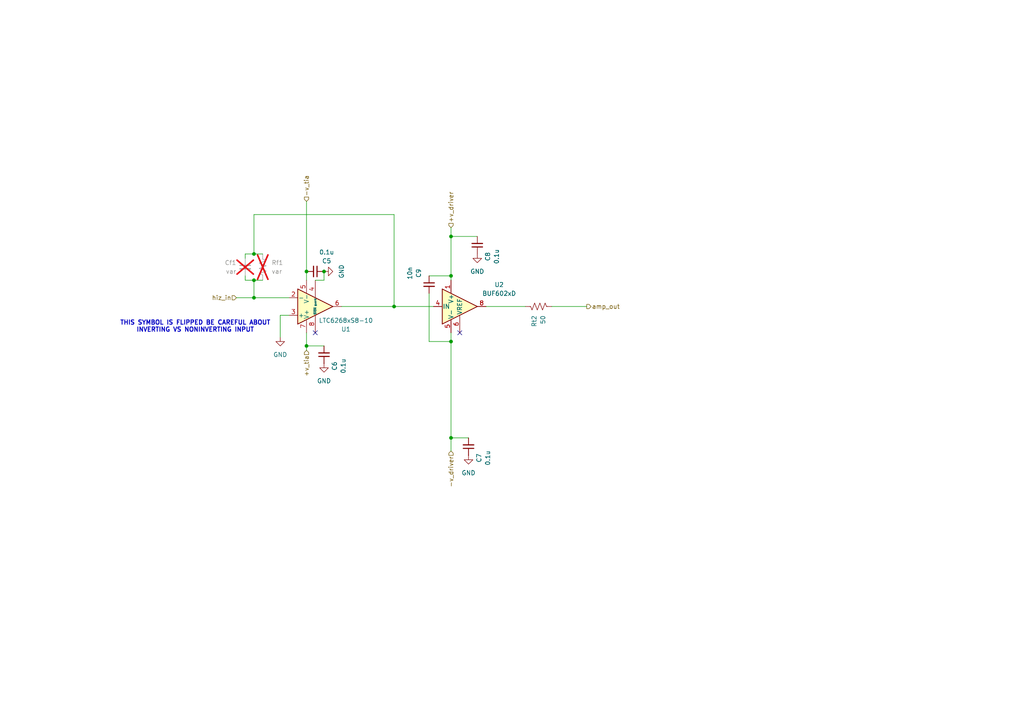
<source format=kicad_sch>
(kicad_sch (version 20250114) (generator "eeschema") (generator_version "9.0")
  (paper "A4")
  (lib_symbols
    (symbol "Amplifier_Buffer:BUF602xD" (pin_names (offset 0.127))
      (property "Reference" "U" (at 6.35 2.54 0))
      (property "Value" "BUF602xD" (at 7.62 -2.54 0))
      (symbol "BUF602xD_0_1"
        (polyline (pts (xy 5.08 0) (xy -5.08 5.08) (xy -5.08 -5.08) (xy 5.08 0)) (stroke (width 0.254)) (fill (type background)))
      )
      (symbol "BUF602xD_1_1"
        (pin input line (at -7.62 0 0) (length 2.54) (name "IN") (number "4"))
        (pin no_connect line (at -5.08 5.08 0) (length 2.54) (hide yes) (name "NC") (number "2"))
        (pin no_connect line (at -5.08 2.54 0) (length 2.54) (hide yes) (name "NC") (number "3"))
        (pin no_connect line (at -5.08 -2.54 0) (length 2.54) (hide yes) (name "NC") (number "7"))
        (pin power_in line (at -2.54 7.62 270) (length 3.81) (name "V+") (number "1"))
        (pin power_in line (at -2.54 -7.62 90) (length 3.81) (name "V-") (number "5"))
        (pin output line (at 0 -7.62 90) (length 5.08) (name "VREF") (number "6"))
        (pin output line (at 7.62 0 180) (length 2.54) (name "~") (number "8"))
      )
    )
    (symbol "Amplifier_Operational:LTC6268xS8-10" (pin_names (offset 0.127))
      (property "Reference" "U1" (at 8.89 6.604 0))
      (property "Value" "LTC6268xS8-10" (at 8.89 4.064 0))
      (symbol "LTC6268xS8-10_1_1"
        (polyline (pts (xy -5.08 5.08) (xy -5.08 -5.08) (xy 5.08 0) (xy -5.08 5.08)) (stroke (width 0.254)) (fill (type background)))
        (pin input line (at -7.62 2.54 0) (length 2.54) (name "+") (number "3"))
        (pin input line (at -7.62 -2.54 0) (length 2.54) (name "-") (number "2"))
        (pin power_in line (at -2.54 7.62 270) (length 3.81) (name "V+") (number "7"))
        (pin power_in line (at -2.54 -7.62 90) (length 3.81) (name "V-") (number "5"))
        (pin input line (at 0 7.62 270) (length 5.08) (name "~{SHDN}") (number "8"))
        (pin passive line (at 0 -7.62 90) (length 5.08) (name "guard") (number "4"))
        (pin output line (at 7.62 0 180) (length 2.54) (name "~") (number "6"))
      )
    )
    (symbol "Device:C_Small" (pin_numbers (hide yes)) (pin_names (offset 0.254) (hide yes))
      (property "Reference" "C" (at 0.254 1.778 0))
      (property "Value" "C_Small" (at 0.254 -2.032 0))
      (symbol "C_Small_0_1"
        (polyline (pts (xy -1.524 0.508) (xy 1.524 0.508)) (stroke (width 0.3048)))
        (polyline (pts (xy -1.524 -0.508) (xy 1.524 -0.508)) (stroke (width 0.3302)))
      )
      (symbol "C_Small_1_1"
        (pin passive line (at 0 2.54 270) (length 2.032) (name "~") (number "1"))
        (pin passive line (at 0 -2.54 90) (length 2.032) (name "~") (number "2"))
      )
    )
    (symbol "Device:R_US" (pin_numbers (hide yes)) (pin_names (offset 0))
      (property "Reference" "R" (at 2.54 0 90))
      (property "Value" "R_US" (at -2.54 0 90))
      (symbol "R_US_0_1"
        (polyline (pts (xy 0 2.286) (xy 0 2.54)))
        (polyline (pts (xy 0 2.286) (xy 1.016 1.905) (xy 0 1.524) (xy -1.016 1.143) (xy 0 0.762)))
        (polyline (pts (xy 0 0.762) (xy 1.016 0.381) (xy 0 0) (xy -1.016 -0.381) (xy 0 -0.762)))
        (polyline (pts (xy 0 -0.762) (xy 1.016 -1.143) (xy 0 -1.524) (xy -1.016 -1.905) (xy 0 -2.286)))
        (polyline (pts (xy 0 -2.286) (xy 0 -2.54)))
      )
      (symbol "R_US_1_1"
        (pin passive line (at 0 3.81 270) (length 1.27) (name "~") (number "1"))
        (pin passive line (at 0 -3.81 90) (length 1.27) (name "~") (number "2"))
      )
    )
    (symbol "power:GND" (power) (pin_numbers (hide yes)) (pin_names (offset 0) (hide yes))
      (property "Value" "GND" (at 0 -3.81 0))
      (symbol "GND_0_1"
        (polyline (pts (xy 0 0) (xy 0 -1.27) (xy 1.27 -1.27) (xy 0 -2.54) (xy -1.27 -1.27) (xy 0 -1.27)))
      )
      (symbol "GND_1_1"
        (pin power_in line (at 0 0 270) (length 0) (name "~") (number "1"))
      )
    )
  )
  (text "THIS SYMBOL IS FLIPPED BE CAREFUL ABOUT\nINVERTING VS NONINVERTING INPUT" (at 56.642 94.742 0) (effects (font (size 1.27 1.27) (thickness 0.254) (bold yes))))
  (junction (at 88.9 100.33))
  (junction (at 73.66 81.28))
  (junction (at 130.81 127))
  (junction (at 114.3 88.9))
  (junction (at 130.81 99.06))
  (junction (at 93.98 78.74))
  (junction (at 73.66 73.66))
  (junction (at 73.66 86.36))
  (junction (at 130.81 68.58))
  (junction (at 130.81 80.01))
  (junction (at 88.9 78.74))
  (no_connect (at 91.44 96.52))
  (no_connect (at 133.35 96.52))
  (wire (pts (xy 71.12 74.93) (xy 71.12 73.66)))
  (wire (pts (xy 73.66 73.66) (xy 76.2 73.66)))
  (wire (pts (xy 130.81 68.58) (xy 138.43 68.58)))
  (wire (pts (xy 130.81 68.58) (xy 130.81 80.01)))
  (wire (pts (xy 88.9 100.33) (xy 88.9 101.6)))
  (wire (pts (xy 130.81 127) (xy 130.81 130.81)))
  (wire (pts (xy 71.12 73.66) (xy 73.66 73.66)))
  (wire (pts (xy 83.82 91.44) (xy 81.28 91.44)))
  (wire (pts (xy 81.28 91.44) (xy 81.28 97.79)))
  (wire (pts (xy 160.02 88.9) (xy 170.18 88.9)))
  (wire (pts (xy 91.44 81.28) (xy 93.98 81.28)))
  (wire (pts (xy 114.3 88.9) (xy 114.3 62.23)))
  (wire (pts (xy 124.46 85.09) (xy 124.46 99.06)))
  (wire (pts (xy 140.97 88.9) (xy 152.4 88.9)))
  (wire (pts (xy 88.9 100.33) (xy 93.98 100.33)))
  (wire (pts (xy 124.46 80.01) (xy 130.81 80.01)))
  (wire (pts (xy 71.12 81.28) (xy 73.66 81.28)))
  (wire (pts (xy 130.81 127) (xy 135.89 127)))
  (wire (pts (xy 73.66 81.28) (xy 76.2 81.28)))
  (wire (pts (xy 73.66 86.36) (xy 83.82 86.36)))
  (wire (pts (xy 114.3 62.23) (xy 73.66 62.23)))
  (wire (pts (xy 71.12 80.01) (xy 71.12 81.28)))
  (wire (pts (xy 124.46 99.06) (xy 130.81 99.06)))
  (wire (pts (xy 130.81 99.06) (xy 130.81 127)))
  (wire (pts (xy 130.81 66.04) (xy 130.81 68.58)))
  (wire (pts (xy 99.06 88.9) (xy 114.3 88.9)))
  (wire (pts (xy 73.66 81.28) (xy 73.66 86.36)))
  (wire (pts (xy 130.81 80.01) (xy 130.81 81.28)))
  (wire (pts (xy 130.81 96.52) (xy 130.81 99.06)))
  (wire (pts (xy 114.3 88.9) (xy 125.73 88.9)))
  (wire (pts (xy 73.66 73.66) (xy 73.66 62.23)))
  (wire (pts (xy 68.58 86.36) (xy 73.66 86.36)))
  (wire (pts (xy 88.9 78.74) (xy 88.9 81.28)))
  (wire (pts (xy 88.9 58.42) (xy 88.9 78.74)))
  (wire (pts (xy 93.98 78.74) (xy 93.98 81.28)))
  (wire (pts (xy 88.9 96.52) (xy 88.9 100.33)))
  (hierarchical_label "hiz_in" (shape input) (at 68.58 86.36 180))
  (hierarchical_label "+v_tia" (shape input) (at 88.9 101.6 270))
  (hierarchical_label "+v_driver" (shape input) (at 130.81 66.04 90))
  (hierarchical_label "-v_driver" (shape input) (at 130.81 130.81 270))
  (hierarchical_label "-v_tia" (shape input) (at 88.9 58.42 90))
  (hierarchical_label "amp_out" (shape output) (at 170.18 88.9 0))
  (symbol (lib_id "Device:C_Small") (at 124.46 82.55 0) (unit 1)
    (property "Reference" "C9" (at 121.412 79.248 90))
    (property "Value" "10n" (at 118.872 79.248 90))
    (property "Footprint" "Capacitor_SMD:C_1206_3216Metric_Pad1.33x1.80mm_HandSolder" (effects (hide yes)))
    (property "Description" "Unpolarized capacitor, small symbol" (effects (hide yes)))
  )
  (symbol (lib_id "Device:C_Small") (at 138.43 71.12 180) (unit 1)
    (property "Reference" "C8" (at 141.478 74.422 90))
    (property "Value" "0.1u" (at 144.018 74.422 90))
    (property "Footprint" "Capacitor_SMD:C_1206_3216Metric_Pad1.33x1.80mm_HandSolder" (effects (hide yes)))
    (property "Description" "Unpolarized capacitor, small symbol" (effects (hide yes)))
  )
  (symbol (lib_id "power:GND") (at 138.43 73.66 0) (mirror y) (unit 1)
    (property "Reference" "#PWR011" (effects (hide yes)))
    (property "Value" "GND" (at 138.43 78.74 0))
    (property "Description" "Power symbol creates a global label with name \"GND\" , ground" (effects (hide yes)))
  )
  (symbol (lib_id "Amplifier_Operational:LTC6268xS8-10") (at 91.44 88.9 0) (mirror x) (unit 1)
    (property "Reference" "U1" (at 100.33 95.504 0))
    (property "Value" "LTC6268xS8-10" (at 100.33 92.964 0))
    (property "Footprint" "Package_SO:SO-8_3.9x4.9mm_P1.27mm" (effects (hide yes)))
    (property "Datasheet" "https://www.analog.com/media/en/technical-documentation/data-sheets/626810f.pdf" (effects (hide yes)))
    (property "Description" "500Mhz, Ultra-Low Bias Current, FET Input, Op Amp, SOIC-8" (effects (hide yes)))
  )
  (symbol (lib_id "Device:C_Small") (at 93.98 102.87 180) (unit 1)
    (property "Reference" "C6" (at 97.028 106.172 90))
    (property "Value" "0.1u" (at 99.568 106.172 90))
    (property "Footprint" "Capacitor_SMD:C_1206_3216Metric_Pad1.33x1.80mm_HandSolder" (effects (hide yes)))
    (property "Description" "Unpolarized capacitor, small symbol" (effects (hide yes)))
  )
  (symbol (lib_id "power:GND") (at 93.98 78.74 90) (mirror x) (unit 1)
    (property "Reference" "#PWR06" (effects (hide yes)))
    (property "Value" "GND" (at 99.06 78.74 0))
    (property "Description" "Power symbol creates a global label with name \"GND\" , ground" (effects (hide yes)))
  )
  (symbol (lib_id "Device:C_Small") (at 91.44 78.74 270) (unit 1)
    (property "Reference" "C5" (at 94.742 75.692 90))
    (property "Value" "0.1u" (at 94.742 73.152 90))
    (property "Footprint" "Capacitor_SMD:C_1206_3216Metric_Pad1.33x1.80mm_HandSolder" (effects (hide yes)))
    (property "Description" "Unpolarized capacitor, small symbol" (effects (hide yes)))
  )
  (symbol (lib_id "Amplifier_Buffer:BUF602xD") (at 133.35 88.9 0) (unit 1)
    (property "Reference" "U2" (at 144.78 82.5814 0))
    (property "Value" "BUF602xD" (at 144.78 85.1214 0))
    (property "Footprint" "Package_SO:SOIC-8_3.9x4.9mm_P1.27mm" (effects (hide yes)))
    (property "Datasheet" "http://www.ti.com/lit/ds/symlink/buf602.pdf" (effects (hide yes)))
    (property "Description" "High-Speed, 1000 MHz, Closed-Loop Buffer, SOIC-8" (effects (hide yes)))
  )
  (symbol (lib_id "Device:R_US") (at 156.21 88.9 90) (mirror x) (unit 1)
    (property "Reference" "Rt2" (at 154.9399 91.44 0) (effects (justify left)))
    (property "Value" "50" (at 157.4799 91.44 0) (effects (justify left)))
    (property "Footprint" "Resistor_SMD:R_0805_2012Metric_Pad1.20x1.40mm_HandSolder" (effects (hide yes)))
    (property "Description" "Resistor, US symbol" (effects (hide yes)))
  )
  (symbol (lib_id "Device:R_US") (at 76.2 77.47 0) (unit 1) (in_bom no) (dnp yes)
    (property "Reference" "Rf1" (at 78.74 76.1999 0) (effects (justify left)))
    (property "Value" "var" (at 78.74 78.7399 0) (effects (justify left)))
    (property "Footprint" "Resistor_SMD:R_0805_2012Metric" (effects (hide yes)))
    (property "Description" "Resistor, US symbol" (effects (hide yes)))
  )
  (symbol (lib_id "power:GND") (at 93.98 105.41 0) (mirror y) (unit 1)
    (property "Reference" "#PWR07" (effects (hide yes)))
    (property "Value" "GND" (at 93.98 110.49 0))
    (property "Description" "Power symbol creates a global label with name \"GND\" , ground" (effects (hide yes)))
  )
  (symbol (lib_id "power:GND") (at 135.89 132.08 0) (mirror y) (unit 1)
    (property "Reference" "#PWR010" (effects (hide yes)))
    (property "Value" "GND" (at 135.89 137.16 0))
    (property "Description" "Power symbol creates a global label with name \"GND\" , ground" (effects (hide yes)))
  )
  (symbol (lib_id "power:GND") (at 81.28 97.79 0) (unit 1)
    (property "Reference" "#PWR05" (effects (hide yes)))
    (property "Value" "GND" (at 81.28 102.87 0))
    (property "Description" "Power symbol creates a global label with name \"GND\" , ground" (effects (hide yes)))
  )
  (symbol (lib_id "Device:C_Small") (at 71.12 77.47 0) (unit 1) (in_bom no) (dnp yes)
    (property "Reference" "Cf1" (at 68.58 76.2062 0) (effects (justify right)))
    (property "Value" "var" (at 68.58 78.7462 0) (effects (justify right)))
    (property "Footprint" "Capacitor_SMD:C_0805_2012Metric" (effects (hide yes)))
    (property "Description" "Unpolarized capacitor, small symbol" (effects (hide yes)))
  )
  (symbol (lib_id "Device:C_Small") (at 135.89 129.54 180) (unit 1)
    (property "Reference" "C7" (at 138.938 132.842 90))
    (property "Value" "0.1u" (at 141.478 132.842 90))
    (property "Footprint" "Capacitor_SMD:C_1206_3216Metric_Pad1.33x1.80mm_HandSolder" (effects (hide yes)))
    (property "Description" "Unpolarized capacitor, small symbol" (effects (hide yes)))
  )
)
</source>
